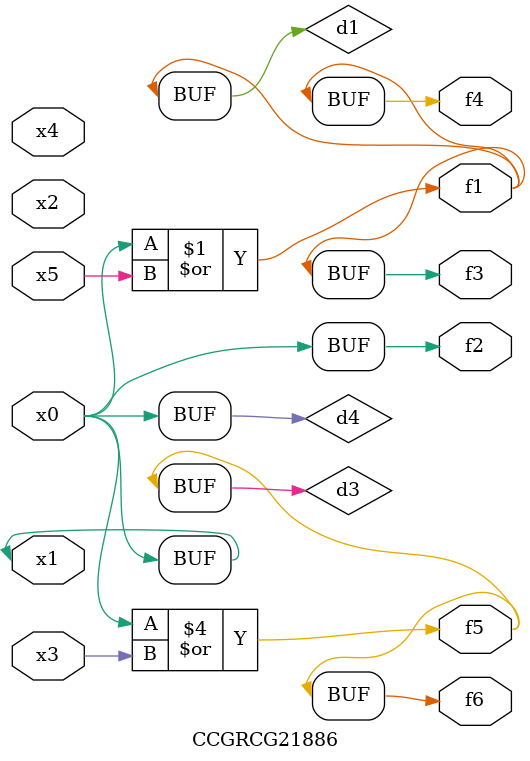
<source format=v>
module CCGRCG21886(
	input x0, x1, x2, x3, x4, x5,
	output f1, f2, f3, f4, f5, f6
);

	wire d1, d2, d3, d4;

	or (d1, x0, x5);
	xnor (d2, x1, x4);
	or (d3, x0, x3);
	buf (d4, x0, x1);
	assign f1 = d1;
	assign f2 = d4;
	assign f3 = d1;
	assign f4 = d1;
	assign f5 = d3;
	assign f6 = d3;
endmodule

</source>
